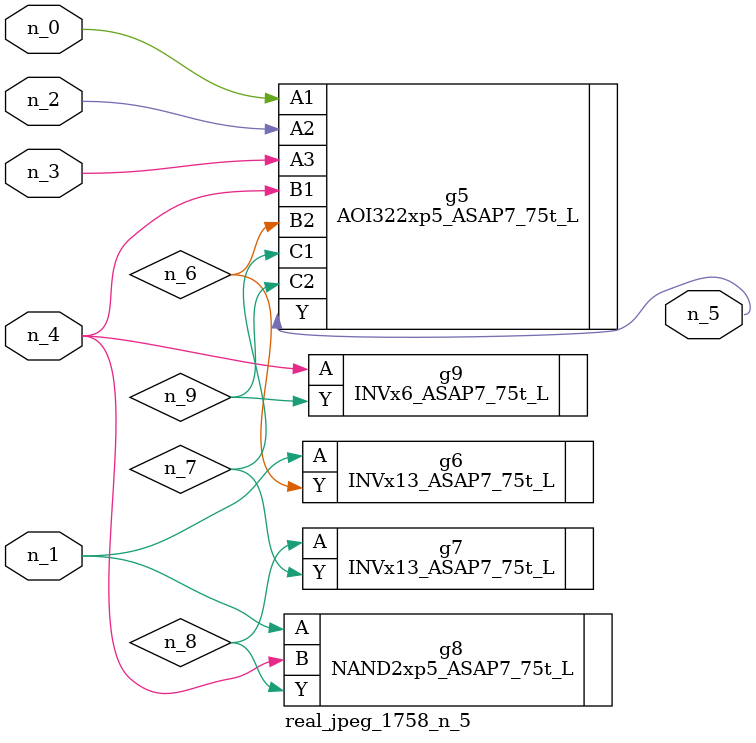
<source format=v>
module real_jpeg_1758_n_5 (n_4, n_0, n_1, n_2, n_3, n_5);

input n_4;
input n_0;
input n_1;
input n_2;
input n_3;

output n_5;

wire n_8;
wire n_6;
wire n_7;
wire n_9;

AOI322xp5_ASAP7_75t_L g5 ( 
.A1(n_0),
.A2(n_2),
.A3(n_3),
.B1(n_4),
.B2(n_6),
.C1(n_7),
.C2(n_9),
.Y(n_5)
);

INVx13_ASAP7_75t_L g6 ( 
.A(n_1),
.Y(n_6)
);

NAND2xp5_ASAP7_75t_L g8 ( 
.A(n_1),
.B(n_4),
.Y(n_8)
);

INVx6_ASAP7_75t_L g9 ( 
.A(n_4),
.Y(n_9)
);

INVx13_ASAP7_75t_L g7 ( 
.A(n_8),
.Y(n_7)
);


endmodule
</source>
